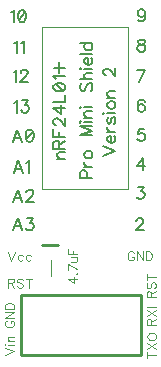
<source format=gbr>
G04 DipTrace 3.1.0.1*
G04 TopSilk.gbr*
%MOIN*%
G04 #@! TF.FileFunction,Legend,Top*
G04 #@! TF.Part,Single*
%ADD10C,0.009843*%
%ADD15C,0.003937*%
%ADD35C,0.006176*%
%ADD36C,0.004632*%
%FSLAX26Y26*%
G04*
G70*
G90*
G75*
G01*
G04 TopSilk*
%LPD*%
X546882Y419882D2*
D10*
X946882D1*
X546882Y619882D2*
X946882D1*
X546882Y419882D2*
Y619882D1*
X946882Y419882D2*
Y619882D1*
X616713Y784643D2*
X667854D1*
X615882Y1512882D2*
D15*
X903882D1*
Y970882D1*
X615882D1*
Y1512882D1*
X644882Y735882D2*
Y680882D1*
X514251Y1560341D2*
D35*
X518097Y1562286D1*
X523845Y1567990D1*
Y1527842D1*
X547693Y1567990D2*
X541945Y1566089D1*
X538098Y1560341D1*
X536197Y1550790D1*
Y1545042D1*
X538098Y1535491D1*
X541945Y1529743D1*
X547693Y1527842D1*
X551495D1*
X557243Y1529743D1*
X561046Y1535491D1*
X562991Y1545042D1*
Y1550790D1*
X561046Y1560341D1*
X557243Y1566089D1*
X551495Y1567990D1*
X547693D1*
X561046Y1560341D2*
X538098Y1535491D1*
X960144Y1557637D2*
X958198Y1551889D1*
X954396Y1548042D1*
X948648Y1546141D1*
X946747D1*
X940999Y1548042D1*
X937196Y1551889D1*
X935251Y1557637D1*
Y1559538D1*
X937196Y1565286D1*
X940999Y1569089D1*
X946747Y1570990D1*
X948648D1*
X954396Y1569089D1*
X958198Y1565286D1*
X960144Y1557637D1*
Y1548042D1*
X958198Y1538491D1*
X954396Y1532743D1*
X948648Y1530842D1*
X944845D1*
X939097Y1532743D1*
X937196Y1536590D1*
X820673Y1083600D2*
X860865Y1098898D1*
X820673Y1114197D1*
X845567Y1126548D2*
Y1149496D1*
X841720D1*
X837873Y1147595D1*
X835972Y1145694D1*
X834071Y1141847D1*
Y1136099D1*
X835972Y1132296D1*
X839819Y1128450D1*
X845567Y1126548D1*
X849369D1*
X855117Y1128450D1*
X858920Y1132296D1*
X860865Y1136099D1*
Y1141847D1*
X858920Y1145694D1*
X855117Y1149496D1*
X834071Y1161848D2*
X860865D1*
X845567D2*
X839819Y1163793D1*
X835972Y1167596D1*
X834071Y1171442D1*
Y1177190D1*
X839819Y1210588D2*
X835972Y1208687D1*
X834071Y1202939D1*
Y1197191D1*
X835972Y1191443D1*
X839819Y1189542D1*
X843621Y1191443D1*
X845567Y1195290D1*
X847468Y1204840D1*
X849369Y1208687D1*
X853216Y1210588D1*
X855117D1*
X858920Y1208687D1*
X860865Y1202939D1*
Y1197191D1*
X858920Y1191443D1*
X855117Y1189542D1*
X820673Y1222940D2*
X822575Y1224841D1*
X820673Y1226787D1*
X818728Y1224841D1*
X820673Y1222940D1*
X834071Y1224841D2*
X860865D1*
X834071Y1248689D2*
X835972Y1244886D1*
X839819Y1241039D1*
X845567Y1239138D1*
X849369D1*
X855117Y1241039D1*
X858920Y1244886D1*
X860865Y1248689D1*
Y1254437D1*
X858920Y1258283D1*
X855117Y1262086D1*
X849369Y1264031D1*
X845567D1*
X839819Y1262086D1*
X835972Y1258283D1*
X834071Y1254437D1*
Y1248689D1*
Y1276383D2*
X860865D1*
X841720D2*
X835972Y1282131D1*
X834071Y1285978D1*
Y1291681D1*
X835972Y1295528D1*
X841720Y1297429D1*
X860865D1*
X830268Y1350607D2*
X828367D1*
X824520Y1352508D1*
X822619Y1354410D1*
X820717Y1358256D1*
Y1365906D1*
X822619Y1369708D1*
X824520Y1371610D1*
X828367Y1373555D1*
X832169D1*
X836016Y1371610D1*
X841720Y1367807D1*
X860865Y1348662D1*
Y1375456D1*
X667551Y1073119D2*
X694346D1*
X675200D2*
X669452Y1078868D1*
X667551Y1082714D1*
Y1088418D1*
X669452Y1092265D1*
X675200Y1094166D1*
X694346D1*
X673299Y1106517D2*
Y1123717D1*
X671354Y1129465D1*
X669452Y1131411D1*
X665650Y1133312D1*
X661803D1*
X658000Y1131411D1*
X656055Y1129465D1*
X654154Y1123717D1*
Y1106517D1*
X694346D1*
X673299Y1119915D2*
X694346Y1133312D1*
X654154Y1170557D2*
Y1145663D1*
X694346D1*
X673299D2*
Y1160962D1*
X663748Y1184854D2*
X661847D1*
X658000Y1186755D1*
X656099Y1188656D1*
X654198Y1192503D1*
Y1200152D1*
X656099Y1203955D1*
X658000Y1205856D1*
X661847Y1207802D1*
X665650D1*
X669496Y1205856D1*
X675200Y1202054D1*
X694346Y1182908D1*
Y1209703D1*
Y1241200D2*
X654198D1*
X680948Y1222054D1*
Y1250750D1*
X654154Y1263102D2*
X694346D1*
Y1286050D1*
X654198Y1309897D2*
X656099Y1304149D1*
X661847Y1300302D1*
X671398Y1298401D1*
X677146D1*
X686696Y1300302D1*
X692444Y1304149D1*
X694346Y1309897D1*
Y1313700D1*
X692444Y1319448D1*
X686696Y1323250D1*
X677146Y1325196D1*
X671398D1*
X661847Y1323250D1*
X656099Y1319448D1*
X654198Y1313700D1*
Y1309897D1*
X661847Y1323250D2*
X686696Y1300302D1*
X661847Y1337547D2*
X659902Y1341394D1*
X654198Y1347142D1*
X694346D1*
X657050Y1376693D2*
X691494D1*
X674294Y1359493D2*
Y1393937D1*
X764757Y1007563D2*
Y1024807D1*
X762855Y1030511D1*
X760910Y1032456D1*
X757107Y1034358D1*
X751359D1*
X747557Y1032456D1*
X745611Y1030511D1*
X743710Y1024807D1*
Y1007563D1*
X783902D1*
X757107Y1046709D2*
X783902D1*
X768603D2*
X762855Y1048655D1*
X759009Y1052457D1*
X757107Y1056304D1*
Y1062052D1*
Y1083954D2*
X759009Y1080151D1*
X762855Y1076305D1*
X768603Y1074403D1*
X772406D1*
X778154Y1076304D1*
X781957Y1080151D1*
X783902Y1083954D1*
Y1089702D1*
X781957Y1093549D1*
X778154Y1097351D1*
X772406Y1099297D1*
X768603D1*
X762855Y1097351D1*
X759009Y1093549D1*
X757107Y1089702D1*
Y1083954D1*
X783902Y1181126D2*
X743710D1*
X783902Y1165827D1*
X743710Y1150529D1*
X783902D1*
X743710Y1193477D2*
X745611Y1195379D1*
X743710Y1197324D1*
X741765Y1195379D1*
X743710Y1193477D1*
X757107Y1195379D2*
X783902D1*
X757107Y1209676D2*
X783902D1*
X764757D2*
X759009Y1215424D1*
X757107Y1219270D1*
Y1224974D1*
X759009Y1228821D1*
X764757Y1230722D1*
X783902D1*
X743710Y1243074D2*
X745611Y1244975D1*
X743710Y1246920D1*
X741765Y1244975D1*
X743710Y1243074D1*
X757107Y1244975D2*
X783902D1*
X749458Y1324947D2*
X745611Y1321145D1*
X743710Y1315397D1*
Y1307747D1*
X745611Y1301999D1*
X749458Y1298153D1*
X753261D1*
X757107Y1300098D1*
X759009Y1301999D1*
X760910Y1305802D1*
X764757Y1317298D1*
X766658Y1321145D1*
X768603Y1323046D1*
X772406Y1324947D1*
X778154D1*
X781957Y1321145D1*
X783902Y1315397D1*
Y1307747D1*
X781957Y1301999D1*
X778154Y1298153D1*
X743710Y1337299D2*
X783902D1*
X764757D2*
X759009Y1343047D1*
X757107Y1346893D1*
Y1352641D1*
X759009Y1356444D1*
X764757Y1358345D1*
X783902D1*
X743710Y1370697D2*
X745611Y1372598D1*
X743710Y1374543D1*
X741765Y1372598D1*
X743710Y1370697D1*
X757107Y1372598D2*
X783902D1*
X768603Y1386895D2*
Y1409843D1*
X764757D1*
X760910Y1407941D1*
X759009Y1406040D1*
X757107Y1402193D1*
Y1396445D1*
X759009Y1392643D1*
X762855Y1388796D1*
X768603Y1386895D1*
X772406D1*
X778154Y1388796D1*
X781957Y1392643D1*
X783902Y1396445D1*
Y1402193D1*
X781957Y1406040D1*
X778154Y1409843D1*
X743710Y1422194D2*
X783902D1*
X743710Y1457493D2*
X783902D1*
X762855D2*
X759009Y1453691D1*
X757107Y1449844D1*
Y1444096D1*
X759009Y1440294D1*
X762855Y1436447D1*
X768603Y1434545D1*
X772406D1*
X778154Y1436447D1*
X781957Y1440294D1*
X783902Y1444096D1*
Y1449844D1*
X781957Y1453691D1*
X778154Y1457493D1*
X524251Y1457341D2*
X528097Y1459286D1*
X533845Y1464990D1*
Y1424842D1*
X546197Y1457341D2*
X550044Y1459286D1*
X555792Y1464990D1*
Y1424842D1*
X521251Y1361341D2*
X525097Y1363286D1*
X530845Y1368990D1*
Y1328842D1*
X545142Y1359439D2*
Y1361341D1*
X547044Y1365187D1*
X548945Y1367089D1*
X552792Y1368990D1*
X560441D1*
X564243Y1367089D1*
X566145Y1365187D1*
X568090Y1361341D1*
Y1357538D1*
X566145Y1353691D1*
X562342Y1347987D1*
X543197Y1328842D1*
X569991D1*
X524251Y1259341D2*
X528097Y1261286D1*
X533845Y1266990D1*
Y1226842D1*
X550044Y1266990D2*
X571046D1*
X559594Y1251691D1*
X565342D1*
X569145Y1249790D1*
X571046Y1247889D1*
X572991Y1242141D1*
Y1238338D1*
X571046Y1232590D1*
X567243Y1228743D1*
X561495Y1226842D1*
X555747D1*
X550044Y1228743D1*
X548142Y1230689D1*
X546197Y1234491D1*
X548892Y1129842D2*
X533549Y1170034D1*
X518251Y1129842D1*
X523999Y1143239D2*
X543144D1*
X572739Y1169990D2*
X566991Y1168089D1*
X563145Y1162341D1*
X561243Y1152790D1*
Y1147042D1*
X563145Y1137491D1*
X566991Y1131743D1*
X572739Y1129842D1*
X576542D1*
X582290Y1131743D1*
X586093Y1137491D1*
X588038Y1147042D1*
Y1152790D1*
X586093Y1162341D1*
X582290Y1168089D1*
X576542Y1169990D1*
X572739D1*
X586093Y1162341D2*
X563145Y1137491D1*
X551892Y1026842D2*
X536549Y1067034D1*
X521251Y1026842D1*
X526999Y1040239D2*
X546144D1*
X564243Y1059341D2*
X568090Y1061286D1*
X573838Y1066990D1*
Y1026842D1*
X549892Y929842D2*
X534549Y970034D1*
X519251Y929842D1*
X524999Y943239D2*
X544144D1*
X564189Y960439D2*
Y962341D1*
X566090Y966187D1*
X567991Y968089D1*
X571838Y969990D1*
X579488D1*
X583290Y968089D1*
X585191Y966187D1*
X587137Y962341D1*
Y958538D1*
X585191Y954691D1*
X581389Y948987D1*
X562243Y929842D1*
X589038D1*
X549892Y834842D2*
X534549Y875034D1*
X519251Y834842D1*
X524999Y848239D2*
X544144D1*
X566090Y874990D2*
X587093D1*
X575641Y859691D1*
X581389D1*
X585191Y857790D1*
X587093Y855889D1*
X589038Y850141D1*
Y846338D1*
X587093Y840590D1*
X583290Y836743D1*
X577542Y834842D1*
X571794D1*
X566090Y836743D1*
X564189Y838689D1*
X562243Y842491D1*
X502479Y763426D2*
D36*
X513953Y733282D1*
X525427Y763426D1*
X551934Y749067D2*
X549049Y751952D1*
X546164Y753378D1*
X541886D1*
X539001Y751952D1*
X536149Y749067D1*
X534690Y744756D1*
Y741904D1*
X536149Y737593D1*
X539001Y734741D1*
X541886Y733282D1*
X546164D1*
X549049Y734741D1*
X551934Y737593D1*
X578442Y749067D2*
X575557Y751952D1*
X572672Y753378D1*
X568394D1*
X565509Y751952D1*
X562657Y749067D1*
X561198Y744756D1*
Y741904D1*
X562657Y737593D1*
X565509Y734741D1*
X568394Y733282D1*
X572672D1*
X575557Y734741D1*
X578442Y737593D1*
X502479Y659067D2*
X515379D1*
X519690Y660526D1*
X521149Y661952D1*
X522575Y664804D1*
Y667689D1*
X521149Y670541D1*
X519690Y672000D1*
X515379Y673426D1*
X502479D1*
Y643282D1*
X512527Y659067D2*
X522575Y643282D1*
X551934Y669115D2*
X549082Y672000D1*
X544771Y673426D1*
X539034D1*
X534723Y672000D1*
X531838Y669115D1*
Y666263D1*
X533297Y663378D1*
X534723Y661952D1*
X537575Y660526D1*
X546197Y657641D1*
X549082Y656215D1*
X550508Y654756D1*
X551934Y651904D1*
Y647593D1*
X549082Y644741D1*
X544771Y643282D1*
X539034D1*
X534723Y644741D1*
X531838Y647593D1*
X571246Y673426D2*
Y643282D1*
X561198Y673426D2*
X581294D1*
X499883Y532948D2*
X497031Y531522D1*
X494146Y528637D1*
X492720Y525785D1*
Y520048D1*
X494146Y517163D1*
X497031Y514311D1*
X499883Y512852D1*
X504194Y511426D1*
X511390D1*
X515668Y512852D1*
X518553Y514311D1*
X521405Y517163D1*
X522864Y520048D1*
Y525785D1*
X521405Y528637D1*
X518553Y531522D1*
X515668Y532948D1*
X511390D1*
Y525785D1*
X492720Y562308D2*
X522864D1*
X492720Y542212D1*
X522864D1*
X492720Y571571D2*
X522864D1*
Y581619D1*
X521405Y585930D1*
X518553Y588815D1*
X515668Y590241D1*
X511390Y591667D1*
X504194D1*
X499883Y590241D1*
X497031Y588815D1*
X494146Y585930D1*
X492720Y581619D1*
Y571571D1*
X492672Y419474D2*
X522816Y430948D1*
X492672Y442422D1*
Y451686D2*
X494098Y453111D1*
X492672Y454571D1*
X491213Y453111D1*
X492672Y451686D1*
X502720Y453111D2*
X522816D1*
X502720Y463834D2*
X522816D1*
X508457D2*
X504146Y468145D1*
X502720Y471030D1*
Y475308D1*
X504146Y478193D1*
X508457Y479619D1*
X522816D1*
X943801Y1469990D2*
D35*
X938097Y1468089D1*
X936152Y1464286D1*
Y1460439D1*
X938097Y1456637D1*
X941900Y1454691D1*
X949549Y1452790D1*
X955297Y1450889D1*
X959100Y1447042D1*
X961001Y1443239D1*
Y1437491D1*
X959100Y1433689D1*
X957198Y1431743D1*
X951450Y1429842D1*
X943801D1*
X938097Y1431743D1*
X936152Y1433689D1*
X934251Y1437491D1*
Y1443239D1*
X936152Y1447042D1*
X939999Y1450889D1*
X945702Y1452790D1*
X953352Y1454691D1*
X957198Y1456637D1*
X959100Y1460439D1*
Y1464286D1*
X957198Y1468089D1*
X951450Y1469990D1*
X943801D1*
X940900Y1327842D2*
X960045Y1367990D1*
X933251D1*
X958198Y1263286D2*
X956297Y1267089D1*
X950549Y1268990D1*
X946747D1*
X940999Y1267089D1*
X937152Y1261341D1*
X935251Y1251790D1*
Y1242239D1*
X937152Y1234590D1*
X940999Y1230743D1*
X946747Y1228842D1*
X948648D1*
X954352Y1230743D1*
X958198Y1234590D1*
X960100Y1240338D1*
Y1242239D1*
X958198Y1247987D1*
X954352Y1251790D1*
X948648Y1253691D1*
X946747D1*
X940999Y1251790D1*
X937152Y1247987D1*
X935251Y1242239D1*
X957198Y1171990D2*
X938097D1*
X936196Y1154790D1*
X938097Y1156691D1*
X943845Y1158637D1*
X949549D1*
X955297Y1156691D1*
X959144Y1152889D1*
X961045Y1147141D1*
Y1143338D1*
X959144Y1137590D1*
X955297Y1133743D1*
X949549Y1131842D1*
X943845D1*
X938097Y1133743D1*
X936196Y1135689D1*
X934251Y1139491D1*
X951396Y1033842D2*
Y1073990D1*
X932251Y1047239D1*
X960947D1*
X935097Y978990D2*
X956100D1*
X944648Y963691D1*
X950396D1*
X954198Y961790D1*
X956100Y959889D1*
X958045Y954141D1*
Y950338D1*
X956100Y944590D1*
X952297Y940743D1*
X946549Y938842D1*
X940801D1*
X935097Y940743D1*
X933196Y942689D1*
X931251Y946491D1*
X930196Y864439D2*
Y866341D1*
X932097Y870187D1*
X933999Y872089D1*
X937845Y873990D1*
X945495D1*
X949297Y872089D1*
X951198Y870187D1*
X953144Y866341D1*
Y862538D1*
X951198Y858691D1*
X947396Y852987D1*
X928251Y833842D1*
X955045D1*
X733864Y671785D2*
D36*
X703753D1*
X723816Y657426D1*
Y678948D1*
X730979Y689638D2*
X732438Y688212D1*
X733864Y689638D1*
X732438Y691097D1*
X730979Y689638D1*
X733864Y706097D2*
X703753Y720456D1*
Y700360D1*
X713768Y729720D2*
X728127D1*
X732405Y731146D1*
X733864Y734031D1*
Y738342D1*
X732405Y741194D1*
X728127Y745505D1*
X713768D2*
X733864D1*
X703720Y773438D2*
Y754768D1*
X733864D1*
X718079D2*
Y766242D1*
X923001Y757263D2*
X921575Y760115D1*
X918690Y763000D1*
X915838Y764426D1*
X910101D1*
X907216Y763000D1*
X904364Y760115D1*
X902905Y757263D1*
X901479Y752952D1*
Y745756D1*
X902905Y741478D1*
X904364Y738593D1*
X907216Y735741D1*
X910101Y734282D1*
X915838D1*
X918690Y735741D1*
X921575Y738593D1*
X923001Y741478D1*
Y745756D1*
X915838D1*
X952360Y764426D2*
Y734282D1*
X932264Y764426D1*
Y734282D1*
X961624Y764426D2*
Y734282D1*
X971672D1*
X975983Y735741D1*
X978868Y738593D1*
X980294Y741478D1*
X981720Y745756D1*
Y752952D1*
X980294Y757263D1*
X978868Y760115D1*
X975983Y763000D1*
X971672Y764426D1*
X961624D1*
X979366Y611139D2*
Y624039D1*
X977907Y628350D1*
X976481Y629809D1*
X973629Y631235D1*
X970744D1*
X967892Y629809D1*
X966433Y628350D1*
X965007Y624039D1*
Y611139D1*
X995151D1*
X979366Y621187D2*
X995151Y631235D1*
X969318Y660595D2*
X966433Y657743D1*
X965007Y653432D1*
Y647695D1*
X966433Y643384D1*
X969318Y640499D1*
X972170D1*
X975055Y641958D1*
X976481Y643384D1*
X977907Y646236D1*
X980792Y654858D1*
X982218Y657743D1*
X983677Y659169D1*
X986529Y660595D1*
X990840D1*
X993692Y657743D1*
X995151Y653432D1*
Y647695D1*
X993692Y643384D1*
X990840Y640499D1*
X965007Y679906D2*
X995151D1*
X965007Y669858D2*
Y689954D1*
X979366Y519139D2*
Y532039D1*
X977907Y536350D1*
X976481Y537809D1*
X973629Y539235D1*
X970744D1*
X967892Y537809D1*
X966433Y536350D1*
X965007Y532039D1*
Y519139D1*
X995151D1*
X979366Y529187D2*
X995151Y539235D1*
X965007Y548498D2*
X995151Y568594D1*
X965007D2*
X995151Y548498D1*
X965007Y577858D2*
X995151D1*
X967007Y420187D2*
X997151D1*
X967007Y410139D2*
Y430235D1*
Y439498D2*
X997151Y459594D1*
X967007D2*
X997151Y439498D1*
X967007Y477480D2*
X968433Y474595D1*
X971318Y471743D1*
X974170Y470284D1*
X978481Y468858D1*
X985677D1*
X989955Y470284D1*
X992840Y471743D1*
X995692Y474595D1*
X997151Y477480D1*
Y483217D1*
X995692Y486069D1*
X992840Y488954D1*
X989955Y490380D1*
X985677Y491806D1*
X978481D1*
X974170Y490380D1*
X971318Y488954D1*
X968433Y486069D1*
X967007Y483217D1*
Y477480D1*
M02*

</source>
